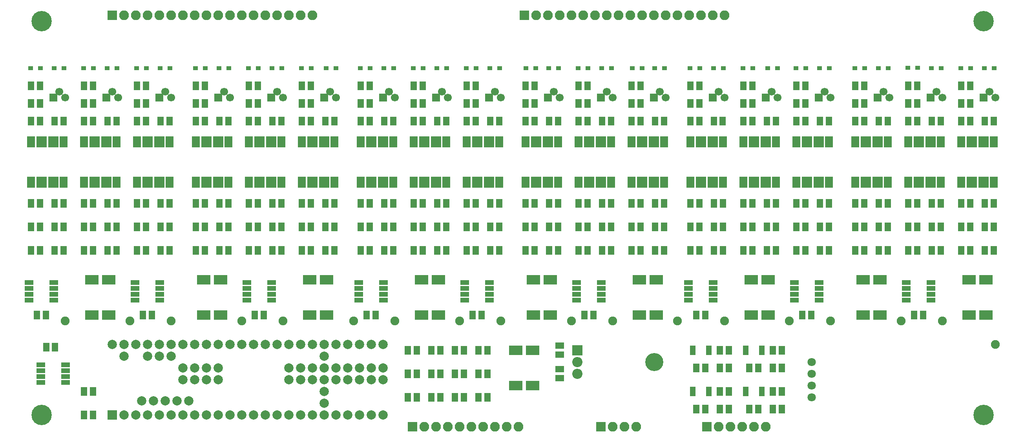
<source format=gbr>
G04 #@! TF.GenerationSoftware,KiCad,Pcbnew,(5.0.0-rc2-dev-158-g52ab6216c)*
G04 #@! TF.CreationDate,2018-03-09T12:59:15-06:00*
G04 #@! TF.ProjectId,Hybrid_bat_measure_18CH_v0.4_Teensy3.5,4879627269645F6261745F6D65617375,rev?*
G04 #@! TF.SameCoordinates,Original*
G04 #@! TF.FileFunction,Soldermask,Top*
G04 #@! TF.FilePolarity,Negative*
%FSLAX46Y46*%
G04 Gerber Fmt 4.6, Leading zero omitted, Abs format (unit mm)*
G04 Created by KiCad (PCBNEW (5.0.0-rc2-dev-158-g52ab6216c)) date 03/09/18 12:59:15*
%MOMM*%
%LPD*%
G01*
G04 APERTURE LIST*
%ADD10R,1.370000X1.900000*%
%ADD11R,1.000000X0.850000*%
%ADD12C,2.000000*%
%ADD13R,2.000000X2.000000*%
%ADD14O,2.100000X2.100000*%
%ADD15R,2.100000X2.100000*%
%ADD16R,1.652000X2.400000*%
%ADD17R,2.184000X2.400000*%
%ADD18R,1.950000X1.000000*%
%ADD19R,1.700000X1.700000*%
%ADD20C,1.700000*%
%ADD21R,3.000000X2.000000*%
%ADD22R,1.900000X1.370000*%
%ADD23C,1.900000*%
%ADD24C,1.797000*%
%ADD25O,3.900000X3.900000*%
%ADD26R,2.200000X2.200000*%
%ADD27O,2.200000X2.200000*%
%ADD28R,1.300000X2.100000*%
%ADD29C,4.400000*%
G04 APERTURE END LIST*
D10*
X140015000Y-87630000D03*
X141925000Y-87630000D03*
X93025000Y-87630000D03*
X94935000Y-87630000D03*
X115885000Y-87630000D03*
X117795000Y-87630000D03*
X211135000Y-87630000D03*
X213045000Y-87630000D03*
X164145000Y-87630000D03*
X166055000Y-87630000D03*
X187005000Y-87630000D03*
X188915000Y-87630000D03*
X68895000Y-87630000D03*
X70805000Y-87630000D03*
X21905000Y-87630000D03*
X23815000Y-87630000D03*
D11*
X105190000Y-34290000D03*
X103090000Y-34290000D03*
X98840000Y-34290000D03*
X96740000Y-34290000D03*
X110270000Y-34290000D03*
X108170000Y-34290000D03*
X116620000Y-34290000D03*
X114520000Y-34290000D03*
X129502000Y-34290000D03*
X127402000Y-34290000D03*
X86360000Y-34290000D03*
X84260000Y-34290000D03*
X74710000Y-34290000D03*
X72610000Y-34290000D03*
X69630000Y-34290000D03*
X67530000Y-34290000D03*
X121700000Y-34290000D03*
X119600000Y-34290000D03*
X39150000Y-34290000D03*
X37050000Y-34290000D03*
X45500000Y-34290000D03*
X43400000Y-34290000D03*
X50580000Y-34290000D03*
X48480000Y-34290000D03*
X58200000Y-34290000D03*
X56100000Y-34290000D03*
X228380000Y-34290000D03*
X226280000Y-34290000D03*
X63280000Y-34290000D03*
X61180000Y-34290000D03*
X81060000Y-34290000D03*
X78960000Y-34290000D03*
X93760000Y-34290000D03*
X91660000Y-34290000D03*
X169960000Y-34290000D03*
X167860000Y-34290000D03*
X211870000Y-34249500D03*
X209770000Y-34249500D03*
X205520000Y-34290000D03*
X203420000Y-34290000D03*
X192820000Y-34290000D03*
X190720000Y-34290000D03*
X187740000Y-34290000D03*
X185640000Y-34290000D03*
X176310000Y-34290000D03*
X174210000Y-34290000D03*
X164880000Y-34290000D03*
X162780000Y-34290000D03*
X157260000Y-34290000D03*
X155160000Y-34290000D03*
X200440000Y-34290000D03*
X198340000Y-34290000D03*
X223300000Y-34290000D03*
X221200000Y-34290000D03*
X34070000Y-34290000D03*
X31970000Y-34290000D03*
X181610000Y-34290000D03*
X179510000Y-34290000D03*
X134400000Y-34290000D03*
X132300000Y-34290000D03*
X140750000Y-34290000D03*
X138650000Y-34290000D03*
X145830000Y-34290000D03*
X143730000Y-34290000D03*
X216950000Y-34290000D03*
X214850000Y-34290000D03*
X152400000Y-34290000D03*
X150300000Y-34290000D03*
D10*
X20635000Y-73660000D03*
X22545000Y-73660000D03*
X32065000Y-73660000D03*
X33975000Y-73660000D03*
X174305000Y-73660000D03*
X176215000Y-73660000D03*
X162875000Y-73660000D03*
X164785000Y-73660000D03*
X150175000Y-73660000D03*
X152085000Y-73660000D03*
X221295000Y-73660000D03*
X223205000Y-73660000D03*
X138745000Y-73660000D03*
X140655000Y-73660000D03*
X209865000Y-73660000D03*
X211775000Y-73660000D03*
X198435000Y-73660000D03*
X200345000Y-73660000D03*
X79055000Y-73660000D03*
X80965000Y-73660000D03*
X67625000Y-73660000D03*
X69535000Y-73660000D03*
X43495000Y-73660000D03*
X45405000Y-73660000D03*
X185735000Y-73660000D03*
X187645000Y-73660000D03*
X56195000Y-73660000D03*
X58105000Y-73660000D03*
X114615000Y-73660000D03*
X116525000Y-73660000D03*
X127315000Y-73660000D03*
X129225000Y-73660000D03*
X91755000Y-73660000D03*
X93665000Y-73660000D03*
X103185000Y-73660000D03*
X105095000Y-73660000D03*
D11*
X22640000Y-34290000D03*
X20540000Y-34290000D03*
X27720000Y-34290000D03*
X25620000Y-34290000D03*
D12*
X54610000Y-106220000D03*
X52070000Y-106220000D03*
X49530000Y-106220000D03*
X46990000Y-106220000D03*
X44450000Y-106220000D03*
X53340000Y-99060000D03*
X55880000Y-99060000D03*
X58420000Y-99060000D03*
X60960000Y-99060000D03*
X76200000Y-99060000D03*
X78740000Y-99060000D03*
X81280000Y-99060000D03*
X86360000Y-99060000D03*
X88900000Y-99060000D03*
X91440000Y-99060000D03*
X93980000Y-99060000D03*
X96520000Y-99060000D03*
X96520000Y-101600000D03*
X93980000Y-101600000D03*
X91440000Y-101600000D03*
X88900000Y-101600000D03*
X86360000Y-101600000D03*
X81280000Y-101600000D03*
X78740000Y-101600000D03*
X76200000Y-101600000D03*
X60960000Y-101600000D03*
X58420000Y-101600000D03*
X55880000Y-101600000D03*
X53340000Y-101600000D03*
X50800000Y-96520000D03*
X48260000Y-96520000D03*
X45720000Y-96520000D03*
X40640000Y-96520000D03*
X38100000Y-93980000D03*
X40640000Y-93980000D03*
X43180000Y-93980000D03*
X45720000Y-93980000D03*
X48260000Y-93980000D03*
X50800000Y-93980000D03*
X53340000Y-93980000D03*
X55880000Y-93980000D03*
X58420000Y-93980000D03*
X60960000Y-93980000D03*
X63500000Y-93980000D03*
X66040000Y-93980000D03*
X68580000Y-93980000D03*
X71120000Y-93980000D03*
X73660000Y-93980000D03*
X76200000Y-93980000D03*
D13*
X38100000Y-109220000D03*
D12*
X40640000Y-109220000D03*
X43180000Y-109220000D03*
X45720000Y-109220000D03*
X48260000Y-109220000D03*
X50800000Y-109220000D03*
X53340000Y-109220000D03*
X55880000Y-109220000D03*
X58420000Y-109220000D03*
X60960000Y-109220000D03*
X63500000Y-109220000D03*
X66040000Y-109220000D03*
X68580000Y-109220000D03*
X78740000Y-93980000D03*
X81280000Y-93980000D03*
X83820000Y-93980000D03*
X86360000Y-93980000D03*
X88900000Y-93980000D03*
X91440000Y-93980000D03*
X93980000Y-93980000D03*
X96520000Y-93980000D03*
X83820000Y-96520000D03*
X83820000Y-99060000D03*
X83820000Y-101600000D03*
X83820000Y-104140000D03*
X83820000Y-106680000D03*
X96520000Y-109220000D03*
X93980000Y-109220000D03*
X91440000Y-109220000D03*
X88900000Y-109220000D03*
X71120000Y-109220000D03*
X73660000Y-109220000D03*
X76200000Y-109220000D03*
X86360000Y-109220000D03*
X83820000Y-109220000D03*
X81280000Y-109220000D03*
X78740000Y-109220000D03*
D10*
X226375000Y-73660000D03*
X228285000Y-73660000D03*
X32065000Y-63500000D03*
X33975000Y-63500000D03*
D14*
X81280000Y-22860000D03*
X78740000Y-22860000D03*
X76200000Y-22860000D03*
X73660000Y-22860000D03*
X71120000Y-22860000D03*
X68580000Y-22860000D03*
X66040000Y-22860000D03*
X63500000Y-22860000D03*
X60960000Y-22860000D03*
X58420000Y-22860000D03*
X55880000Y-22860000D03*
X53340000Y-22860000D03*
X50800000Y-22860000D03*
X48260000Y-22860000D03*
X45720000Y-22860000D03*
X43180000Y-22860000D03*
X40640000Y-22860000D03*
D15*
X38100000Y-22860000D03*
D14*
X170180000Y-22860000D03*
X167640000Y-22860000D03*
X165100000Y-22860000D03*
X162560000Y-22860000D03*
X160020000Y-22860000D03*
X157480000Y-22860000D03*
X154940000Y-22860000D03*
X152400000Y-22860000D03*
X149860000Y-22860000D03*
X147320000Y-22860000D03*
X144780000Y-22860000D03*
X142240000Y-22860000D03*
X139700000Y-22860000D03*
X137160000Y-22860000D03*
X134620000Y-22860000D03*
X132080000Y-22860000D03*
X129540000Y-22860000D03*
D15*
X127000000Y-22860000D03*
D10*
X79055000Y-41910000D03*
X80965000Y-41910000D03*
X138745000Y-63500000D03*
X140655000Y-63500000D03*
X138745000Y-41910000D03*
X140655000Y-41910000D03*
X138745000Y-38100000D03*
X140655000Y-38100000D03*
X127315000Y-63500000D03*
X129225000Y-63500000D03*
X127315000Y-41910000D03*
X129225000Y-41910000D03*
X127315000Y-38100000D03*
X129225000Y-38100000D03*
X114615000Y-63500000D03*
X116525000Y-63500000D03*
X114615000Y-41910000D03*
X116525000Y-41910000D03*
X114615000Y-38100000D03*
X116525000Y-38100000D03*
X103185000Y-41910000D03*
X105095000Y-41910000D03*
X103185000Y-38100000D03*
X105095000Y-38100000D03*
X91755000Y-63500000D03*
X93665000Y-63500000D03*
X198435000Y-41910000D03*
X200345000Y-41910000D03*
X185735000Y-63500000D03*
X187645000Y-63500000D03*
X198435000Y-63500000D03*
X200345000Y-63500000D03*
X209865000Y-38100000D03*
X211775000Y-38100000D03*
X209865000Y-41910000D03*
X211775000Y-41910000D03*
X209865000Y-63500000D03*
X211775000Y-63500000D03*
X221295000Y-38100000D03*
X223205000Y-38100000D03*
X221295000Y-41910000D03*
X223205000Y-41910000D03*
X150175000Y-38100000D03*
X152085000Y-38100000D03*
X79055000Y-38100000D03*
X80965000Y-38100000D03*
X79055000Y-63500000D03*
X80965000Y-63500000D03*
X91755000Y-38100000D03*
X93665000Y-38100000D03*
X91755000Y-41910000D03*
X93665000Y-41910000D03*
X150175000Y-41910000D03*
X152085000Y-41910000D03*
X198435000Y-38100000D03*
X200345000Y-38100000D03*
X185735000Y-41910000D03*
X187645000Y-41910000D03*
X185735000Y-38100000D03*
X187645000Y-38100000D03*
X174305000Y-63500000D03*
X176215000Y-63500000D03*
X174305000Y-41910000D03*
X176215000Y-41910000D03*
X174305000Y-38100000D03*
X176215000Y-38100000D03*
X162875000Y-63500000D03*
X164785000Y-63500000D03*
X162875000Y-41910000D03*
X164785000Y-41910000D03*
X162875000Y-38100000D03*
X164785000Y-38100000D03*
X150175000Y-63500000D03*
X152085000Y-63500000D03*
X221295000Y-63500000D03*
X223205000Y-63500000D03*
X20635000Y-38100000D03*
X22545000Y-38100000D03*
X20635000Y-41910000D03*
X22545000Y-41910000D03*
X20635000Y-63500000D03*
X22545000Y-63500000D03*
X67625000Y-63500000D03*
X69535000Y-63500000D03*
X103185000Y-63500000D03*
X105095000Y-63500000D03*
X67625000Y-41910000D03*
X69535000Y-41910000D03*
X67625000Y-38100000D03*
X69535000Y-38100000D03*
X56195000Y-63500000D03*
X58105000Y-63500000D03*
X56195000Y-41910000D03*
X58105000Y-41910000D03*
X56195000Y-38100000D03*
X58105000Y-38100000D03*
X43495000Y-63500000D03*
X45405000Y-63500000D03*
X43495000Y-41910000D03*
X45405000Y-41910000D03*
X43495000Y-38100000D03*
X45405000Y-38100000D03*
X32065000Y-41910000D03*
X33975000Y-41910000D03*
X32065000Y-38100000D03*
X33975000Y-38100000D03*
D16*
X181344000Y-58960000D03*
D17*
X179070000Y-58960000D03*
X176530000Y-58960000D03*
D16*
X174256000Y-58960000D03*
X174256000Y-50260000D03*
D17*
X176530000Y-50260000D03*
X179070000Y-50260000D03*
D16*
X181344000Y-50260000D03*
X228334000Y-58960000D03*
D17*
X226060000Y-58960000D03*
X223520000Y-58960000D03*
D16*
X221246000Y-58960000D03*
X221246000Y-50260000D03*
D17*
X223520000Y-50260000D03*
X226060000Y-50260000D03*
D16*
X228334000Y-50260000D03*
X216904000Y-58960000D03*
D17*
X214630000Y-58960000D03*
X212090000Y-58960000D03*
D16*
X209816000Y-58960000D03*
X209816000Y-50260000D03*
D17*
X212090000Y-50260000D03*
X214630000Y-50260000D03*
D16*
X216904000Y-50260000D03*
X205474000Y-58960000D03*
D17*
X203200000Y-58960000D03*
X200660000Y-58960000D03*
D16*
X198386000Y-58960000D03*
X198386000Y-50260000D03*
D17*
X200660000Y-50260000D03*
X203200000Y-50260000D03*
D16*
X205474000Y-50260000D03*
X192774000Y-58960000D03*
D17*
X190500000Y-58960000D03*
X187960000Y-58960000D03*
D16*
X185686000Y-58960000D03*
X185686000Y-50260000D03*
D17*
X187960000Y-50260000D03*
X190500000Y-50260000D03*
D16*
X192774000Y-50260000D03*
X63234000Y-58960000D03*
D17*
X60960000Y-58960000D03*
X58420000Y-58960000D03*
D16*
X56146000Y-58960000D03*
X56146000Y-50260000D03*
D17*
X58420000Y-50260000D03*
X60960000Y-50260000D03*
D16*
X63234000Y-50260000D03*
X27674000Y-58960000D03*
D17*
X25400000Y-58960000D03*
X22860000Y-58960000D03*
D16*
X20586000Y-58960000D03*
X20586000Y-50260000D03*
D17*
X22860000Y-50260000D03*
X25400000Y-50260000D03*
D16*
X27674000Y-50260000D03*
X39104000Y-58960000D03*
D17*
X36830000Y-58960000D03*
X34290000Y-58960000D03*
D16*
X32016000Y-58960000D03*
X32016000Y-50260000D03*
D17*
X34290000Y-50260000D03*
X36830000Y-50260000D03*
D16*
X39104000Y-50260000D03*
X50534000Y-58960000D03*
D17*
X48260000Y-58960000D03*
X45720000Y-58960000D03*
D16*
X43446000Y-58960000D03*
X43446000Y-50260000D03*
D17*
X45720000Y-50260000D03*
X48260000Y-50260000D03*
D16*
X50534000Y-50260000D03*
X86094000Y-58960000D03*
D17*
X83820000Y-58960000D03*
X81280000Y-58960000D03*
D16*
X79006000Y-58960000D03*
X79006000Y-50260000D03*
D17*
X81280000Y-50260000D03*
X83820000Y-50260000D03*
D16*
X86094000Y-50260000D03*
X98794000Y-58960000D03*
D17*
X96520000Y-58960000D03*
X93980000Y-58960000D03*
D16*
X91706000Y-58960000D03*
X91706000Y-50260000D03*
D17*
X93980000Y-50260000D03*
X96520000Y-50260000D03*
D16*
X98794000Y-50260000D03*
X110224000Y-58960000D03*
D17*
X107950000Y-58960000D03*
X105410000Y-58960000D03*
D16*
X103136000Y-58960000D03*
X103136000Y-50260000D03*
D17*
X105410000Y-50260000D03*
X107950000Y-50260000D03*
D16*
X110224000Y-50260000D03*
X74664000Y-58960000D03*
D17*
X72390000Y-58960000D03*
X69850000Y-58960000D03*
D16*
X67576000Y-58960000D03*
X67576000Y-50260000D03*
D17*
X69850000Y-50260000D03*
X72390000Y-50260000D03*
D16*
X74664000Y-50260000D03*
X134354000Y-58960000D03*
D17*
X132080000Y-58960000D03*
X129540000Y-58960000D03*
D16*
X127266000Y-58960000D03*
X127266000Y-50260000D03*
D17*
X129540000Y-50260000D03*
X132080000Y-50260000D03*
D16*
X134354000Y-50260000D03*
X145784000Y-58960000D03*
D17*
X143510000Y-58960000D03*
X140970000Y-58960000D03*
D16*
X138696000Y-58960000D03*
X138696000Y-50260000D03*
D17*
X140970000Y-50260000D03*
X143510000Y-50260000D03*
D16*
X145784000Y-50260000D03*
X169914000Y-58960000D03*
D17*
X167640000Y-58960000D03*
X165100000Y-58960000D03*
D16*
X162826000Y-58960000D03*
X162826000Y-50260000D03*
D17*
X165100000Y-50260000D03*
X167640000Y-50260000D03*
D16*
X169914000Y-50260000D03*
X157214000Y-58960000D03*
D17*
X154940000Y-58960000D03*
X152400000Y-58960000D03*
D16*
X150126000Y-58960000D03*
X150126000Y-50260000D03*
D17*
X152400000Y-50260000D03*
X154940000Y-50260000D03*
D16*
X157214000Y-50260000D03*
X121654000Y-58960000D03*
D17*
X119380000Y-58960000D03*
X116840000Y-58960000D03*
D16*
X114566000Y-58960000D03*
X114566000Y-50260000D03*
D17*
X116840000Y-50260000D03*
X119380000Y-50260000D03*
D16*
X121654000Y-50260000D03*
D18*
X25560000Y-80645000D03*
X25560000Y-81915000D03*
X25560000Y-83185000D03*
X25560000Y-84455000D03*
X20160000Y-84455000D03*
X20160000Y-83185000D03*
X20160000Y-81915000D03*
X20160000Y-80645000D03*
X214790000Y-80645000D03*
X214790000Y-81915000D03*
X214790000Y-83185000D03*
X214790000Y-84455000D03*
X209390000Y-84455000D03*
X209390000Y-83185000D03*
X209390000Y-81915000D03*
X209390000Y-80645000D03*
X190660000Y-80645000D03*
X190660000Y-81915000D03*
X190660000Y-83185000D03*
X190660000Y-84455000D03*
X185260000Y-84455000D03*
X185260000Y-83185000D03*
X185260000Y-81915000D03*
X185260000Y-80645000D03*
X167800000Y-80645000D03*
X167800000Y-81915000D03*
X167800000Y-83185000D03*
X167800000Y-84455000D03*
X162400000Y-84455000D03*
X162400000Y-83185000D03*
X162400000Y-81915000D03*
X162400000Y-80645000D03*
X143670000Y-80645000D03*
X143670000Y-81915000D03*
X143670000Y-83185000D03*
X143670000Y-84455000D03*
X138270000Y-84455000D03*
X138270000Y-83185000D03*
X138270000Y-81915000D03*
X138270000Y-80645000D03*
X48420000Y-80645000D03*
X48420000Y-81915000D03*
X48420000Y-83185000D03*
X48420000Y-84455000D03*
X43020000Y-84455000D03*
X43020000Y-83185000D03*
X43020000Y-81915000D03*
X43020000Y-80645000D03*
X72550000Y-80645000D03*
X72550000Y-81915000D03*
X72550000Y-83185000D03*
X72550000Y-84455000D03*
X67150000Y-84455000D03*
X67150000Y-83185000D03*
X67150000Y-81915000D03*
X67150000Y-80645000D03*
X96680000Y-80645000D03*
X96680000Y-81915000D03*
X96680000Y-83185000D03*
X96680000Y-84455000D03*
X91280000Y-84455000D03*
X91280000Y-83185000D03*
X91280000Y-81915000D03*
X91280000Y-80645000D03*
X119540000Y-80645000D03*
X119540000Y-81915000D03*
X119540000Y-83185000D03*
X119540000Y-84455000D03*
X114140000Y-84455000D03*
X114140000Y-83185000D03*
X114140000Y-81915000D03*
X114140000Y-80645000D03*
D19*
X226060000Y-40640000D03*
D20*
X228600000Y-40640000D03*
X227330000Y-39370000D03*
D19*
X25400000Y-40640000D03*
D20*
X27940000Y-40640000D03*
X26670000Y-39370000D03*
D19*
X36830000Y-40640000D03*
D20*
X39370000Y-40640000D03*
X38100000Y-39370000D03*
D19*
X48260000Y-40640000D03*
D20*
X50800000Y-40640000D03*
X49530000Y-39370000D03*
D19*
X60960000Y-40640000D03*
D20*
X63500000Y-40640000D03*
X62230000Y-39370000D03*
D19*
X72390000Y-40640000D03*
D20*
X74930000Y-40640000D03*
X73660000Y-39370000D03*
D19*
X83820000Y-40640000D03*
D20*
X86360000Y-40640000D03*
X85090000Y-39370000D03*
D19*
X96520000Y-40640000D03*
D20*
X99060000Y-40640000D03*
X97790000Y-39370000D03*
D19*
X107950000Y-40640000D03*
D20*
X110490000Y-40640000D03*
X109220000Y-39370000D03*
D19*
X119380000Y-40640000D03*
D20*
X121920000Y-40640000D03*
X120650000Y-39370000D03*
D19*
X132080000Y-40640000D03*
D20*
X134620000Y-40640000D03*
X133350000Y-39370000D03*
D19*
X143510000Y-40640000D03*
D20*
X146050000Y-40640000D03*
X144780000Y-39370000D03*
D19*
X154940000Y-40640000D03*
D20*
X157480000Y-40640000D03*
X156210000Y-39370000D03*
D19*
X167640000Y-40640000D03*
D20*
X170180000Y-40640000D03*
X168910000Y-39370000D03*
D19*
X179070000Y-40640000D03*
D20*
X181610000Y-40640000D03*
X180340000Y-39370000D03*
D19*
X190500000Y-40640000D03*
D20*
X193040000Y-40640000D03*
X191770000Y-39370000D03*
D19*
X203200000Y-40640000D03*
D20*
X205740000Y-40640000D03*
X204470000Y-39370000D03*
D19*
X214630000Y-40640000D03*
D20*
X217170000Y-40640000D03*
X215900000Y-39370000D03*
D10*
X167955000Y-63500000D03*
X169865000Y-63500000D03*
X162875000Y-45720000D03*
X164785000Y-45720000D03*
X190815000Y-45720000D03*
X192725000Y-45720000D03*
X179385000Y-68580000D03*
X181295000Y-68580000D03*
X174305000Y-68580000D03*
X176215000Y-68580000D03*
X179385000Y-63500000D03*
X181295000Y-63500000D03*
X174305000Y-45720000D03*
X176215000Y-45720000D03*
X179385000Y-45720000D03*
X181295000Y-45720000D03*
X167955000Y-73660000D03*
X169865000Y-73660000D03*
X167955000Y-68580000D03*
X169865000Y-68580000D03*
X155255000Y-68580000D03*
X157165000Y-68580000D03*
X155255000Y-73660000D03*
X157165000Y-73660000D03*
X167925000Y-45720000D03*
X169835000Y-45720000D03*
X84135000Y-73660000D03*
X86045000Y-73660000D03*
X150175000Y-68580000D03*
X152085000Y-68580000D03*
X155255000Y-63500000D03*
X157165000Y-63500000D03*
X150175000Y-45720000D03*
X152085000Y-45720000D03*
X20635000Y-45720000D03*
X22545000Y-45720000D03*
X25715000Y-45720000D03*
X27625000Y-45720000D03*
X25715000Y-63500000D03*
X27625000Y-63500000D03*
X179385000Y-73660000D03*
X181295000Y-73660000D03*
X226375000Y-68580000D03*
X228285000Y-68580000D03*
X221295000Y-68580000D03*
X223205000Y-68580000D03*
X226375000Y-63500000D03*
X228285000Y-63500000D03*
X162875000Y-68580000D03*
X164785000Y-68580000D03*
X61275000Y-73660000D03*
X63185000Y-73660000D03*
X190815000Y-68580000D03*
X192725000Y-68580000D03*
X214945000Y-68580000D03*
X216855000Y-68580000D03*
X209865000Y-68580000D03*
X211775000Y-68580000D03*
X214945000Y-63500000D03*
X216855000Y-63500000D03*
X209865000Y-45720000D03*
X211775000Y-45720000D03*
X20635000Y-68580000D03*
X22545000Y-68580000D03*
X203515000Y-73660000D03*
X205425000Y-73660000D03*
X203515000Y-68580000D03*
X205425000Y-68580000D03*
X198435000Y-68580000D03*
X200345000Y-68580000D03*
X203515000Y-63500000D03*
X205425000Y-63500000D03*
X198435000Y-45720000D03*
X200345000Y-45720000D03*
X203515000Y-45720000D03*
X205425000Y-45720000D03*
X221295000Y-45720000D03*
X223205000Y-45720000D03*
X226375000Y-45720000D03*
X228285000Y-45720000D03*
X185735000Y-68580000D03*
X187645000Y-68580000D03*
X190815000Y-63500000D03*
X192725000Y-63500000D03*
X185735000Y-45720000D03*
X187645000Y-45720000D03*
X214945000Y-45720000D03*
X216855000Y-45720000D03*
X91755000Y-45720000D03*
X93665000Y-45720000D03*
X96835000Y-63500000D03*
X98745000Y-63500000D03*
X91755000Y-68580000D03*
X93665000Y-68580000D03*
X96835000Y-68580000D03*
X98745000Y-68580000D03*
X96835000Y-73660000D03*
X98745000Y-73660000D03*
X108265000Y-45720000D03*
X110175000Y-45720000D03*
X103185000Y-45720000D03*
X105095000Y-45720000D03*
X108265000Y-63500000D03*
X110175000Y-63500000D03*
X190815000Y-73660000D03*
X192725000Y-73660000D03*
X37145000Y-63500000D03*
X39055000Y-63500000D03*
X108265000Y-73660000D03*
X110175000Y-73660000D03*
X119695000Y-45720000D03*
X121605000Y-45720000D03*
X114615000Y-45720000D03*
X116525000Y-45720000D03*
X119695000Y-63500000D03*
X121605000Y-63500000D03*
X25715000Y-68580000D03*
X27625000Y-68580000D03*
X119695000Y-68580000D03*
X121605000Y-68580000D03*
X119695000Y-73660000D03*
X121605000Y-73660000D03*
X132395000Y-45720000D03*
X134305000Y-45720000D03*
X127315000Y-45720000D03*
X129225000Y-45720000D03*
X132395000Y-63500000D03*
X134305000Y-63500000D03*
X127315000Y-68580000D03*
X129225000Y-68580000D03*
X214945000Y-73660000D03*
X216855000Y-73660000D03*
X143825000Y-45720000D03*
X145735000Y-45720000D03*
X132395000Y-73660000D03*
X134305000Y-73660000D03*
X32065000Y-68580000D03*
X33975000Y-68580000D03*
X37145000Y-45720000D03*
X39055000Y-45720000D03*
X32065000Y-45720000D03*
X33975000Y-45720000D03*
X25715000Y-73660000D03*
X27625000Y-73660000D03*
X114615000Y-68580000D03*
X116525000Y-68580000D03*
X155255000Y-45720000D03*
X157165000Y-45720000D03*
X143825000Y-73660000D03*
X145735000Y-73660000D03*
X143825000Y-68580000D03*
X145735000Y-68580000D03*
X138745000Y-68580000D03*
X140655000Y-68580000D03*
X143825000Y-63500000D03*
X145735000Y-63500000D03*
X138745000Y-45720000D03*
X140655000Y-45720000D03*
X132395000Y-68580000D03*
X134305000Y-68580000D03*
X37145000Y-68580000D03*
X39055000Y-68580000D03*
X37145000Y-73660000D03*
X39055000Y-73660000D03*
X43495000Y-45720000D03*
X45405000Y-45720000D03*
X48575000Y-45720000D03*
X50485000Y-45720000D03*
X48575000Y-63500000D03*
X50485000Y-63500000D03*
X43495000Y-68580000D03*
X45405000Y-68580000D03*
X48575000Y-68580000D03*
X50485000Y-68580000D03*
X48575000Y-73660000D03*
X50485000Y-73660000D03*
X56195000Y-45720000D03*
X58105000Y-45720000D03*
X61275000Y-45720000D03*
X63185000Y-45720000D03*
X96835000Y-45720000D03*
X98745000Y-45720000D03*
X56195000Y-68580000D03*
X58105000Y-68580000D03*
X103185000Y-68580000D03*
X105095000Y-68580000D03*
X108265000Y-68580000D03*
X110175000Y-68580000D03*
X67625000Y-45720000D03*
X69535000Y-45720000D03*
X72705000Y-45720000D03*
X74615000Y-45720000D03*
X72705000Y-63500000D03*
X74615000Y-63500000D03*
X67625000Y-68580000D03*
X69535000Y-68580000D03*
X72705000Y-68580000D03*
X74615000Y-68580000D03*
X72705000Y-73660000D03*
X74615000Y-73660000D03*
X79055000Y-45720000D03*
X80965000Y-45720000D03*
X84135000Y-45720000D03*
X86045000Y-45720000D03*
X84135000Y-63500000D03*
X86045000Y-63500000D03*
X79055000Y-68580000D03*
X80965000Y-68580000D03*
X84135000Y-68580000D03*
X86045000Y-68580000D03*
X61275000Y-63500000D03*
X63185000Y-63500000D03*
X61275000Y-68580000D03*
X63185000Y-68580000D03*
D14*
X151130000Y-111760000D03*
X148590000Y-111760000D03*
X146050000Y-111760000D03*
D15*
X143510000Y-111760000D03*
D21*
X37360000Y-87630000D03*
X33760000Y-87630000D03*
X37360000Y-80010000D03*
X33760000Y-80010000D03*
X61490000Y-87630000D03*
X57890000Y-87630000D03*
X61490000Y-80010000D03*
X57890000Y-80010000D03*
X84350000Y-87630000D03*
X80750000Y-87630000D03*
X84350000Y-80010000D03*
X80750000Y-80010000D03*
X108480000Y-87630000D03*
X104880000Y-87630000D03*
X108480000Y-80010000D03*
X104880000Y-80010000D03*
X132610000Y-87630000D03*
X129010000Y-87630000D03*
X132610000Y-80010000D03*
X129010000Y-80010000D03*
X155470000Y-87630000D03*
X151870000Y-87630000D03*
X155470000Y-80010000D03*
X151870000Y-80010000D03*
X179600000Y-87630000D03*
X176000000Y-87630000D03*
X179600000Y-80010000D03*
X176000000Y-80010000D03*
X203730000Y-87630000D03*
X200130000Y-87630000D03*
X203730000Y-80010000D03*
X200130000Y-80010000D03*
X226590000Y-87630000D03*
X222990000Y-87630000D03*
X226590000Y-80010000D03*
X222990000Y-80010000D03*
D22*
X134620000Y-94295000D03*
X134620000Y-96205000D03*
D21*
X128800000Y-102870000D03*
X125200000Y-102870000D03*
X128800000Y-95250000D03*
X125200000Y-95250000D03*
D22*
X134620000Y-99375000D03*
X134620000Y-101285000D03*
D10*
X44765000Y-87630000D03*
X46675000Y-87630000D03*
D23*
X27940000Y-88900000D03*
X41910000Y-88900000D03*
D18*
X28100000Y-98425000D03*
X28100000Y-99695000D03*
X28100000Y-100965000D03*
X28100000Y-102235000D03*
X22700000Y-102235000D03*
X22700000Y-100965000D03*
X22700000Y-99695000D03*
X22700000Y-98425000D03*
D10*
X25794800Y-94615000D03*
X23884800Y-94615000D03*
D23*
X50800000Y-88900000D03*
X66040000Y-88900000D03*
X74930000Y-88900000D03*
X90170000Y-88900000D03*
X99060000Y-88900000D03*
X113030000Y-88900000D03*
X121920000Y-88900000D03*
X137160000Y-88900000D03*
X146050000Y-88900000D03*
X160020000Y-88900000D03*
X170180000Y-88900000D03*
X184150000Y-88900000D03*
X193040000Y-88900000D03*
X208280000Y-88900000D03*
X217170000Y-88900000D03*
X228600000Y-93980000D03*
D24*
X188976000Y-97790000D03*
X188976000Y-100330000D03*
X188976000Y-102870000D03*
X188976000Y-105410000D03*
D25*
X155090000Y-97790000D03*
D26*
X138430000Y-95250000D03*
D27*
X138430000Y-97790000D03*
X138430000Y-100330000D03*
D10*
X101915000Y-95250000D03*
X103825000Y-95250000D03*
X103825000Y-100330000D03*
X101915000Y-100330000D03*
X101915000Y-105410000D03*
X103825000Y-105410000D03*
X113985000Y-95250000D03*
X112075000Y-95250000D03*
X112075000Y-100330000D03*
X113985000Y-100330000D03*
X113985000Y-105410000D03*
X112075000Y-105410000D03*
X106995000Y-95250000D03*
X108905000Y-95250000D03*
X108905000Y-100330000D03*
X106995000Y-100330000D03*
X106995000Y-105410000D03*
X108905000Y-105410000D03*
X119065000Y-95250000D03*
X117155000Y-95250000D03*
X117155000Y-100330000D03*
X119065000Y-100330000D03*
X119065000Y-105410000D03*
X117155000Y-105410000D03*
X166055000Y-99060000D03*
X164145000Y-99060000D03*
X164145000Y-107950000D03*
X166055000Y-107950000D03*
X177485000Y-99060000D03*
X175575000Y-99060000D03*
X175575000Y-107950000D03*
X177485000Y-107950000D03*
X169225000Y-95250000D03*
X171135000Y-95250000D03*
X169225000Y-99060000D03*
X171135000Y-99060000D03*
X169225000Y-104140000D03*
X171135000Y-104140000D03*
X171135000Y-107950000D03*
X169225000Y-107950000D03*
X182565000Y-95250000D03*
X180655000Y-95250000D03*
X182565000Y-99060000D03*
X180655000Y-99060000D03*
X182565000Y-104140000D03*
X180655000Y-104140000D03*
X180655000Y-107950000D03*
X182565000Y-107950000D03*
D28*
X163400000Y-95250000D03*
X166800000Y-95250000D03*
X166800000Y-104140000D03*
X163400000Y-104140000D03*
X174830000Y-95250000D03*
X178230000Y-95250000D03*
X178230000Y-104140000D03*
X174830000Y-104140000D03*
D15*
X166370000Y-111760000D03*
D14*
X168910000Y-111760000D03*
X171450000Y-111760000D03*
X173990000Y-111760000D03*
X176530000Y-111760000D03*
X179070000Y-111760000D03*
D10*
X33975000Y-109220000D03*
X32065000Y-109220000D03*
X32065000Y-104140000D03*
X33975000Y-104140000D03*
D29*
X22860000Y-24130000D03*
X226060000Y-24130000D03*
X22860000Y-109220000D03*
X226060000Y-109220000D03*
D15*
X102870000Y-111760000D03*
D14*
X105410000Y-111760000D03*
X107950000Y-111760000D03*
X110490000Y-111760000D03*
X113030000Y-111760000D03*
X115570000Y-111760000D03*
X118110000Y-111760000D03*
X120650000Y-111760000D03*
X123190000Y-111760000D03*
X125730000Y-111760000D03*
M02*

</source>
